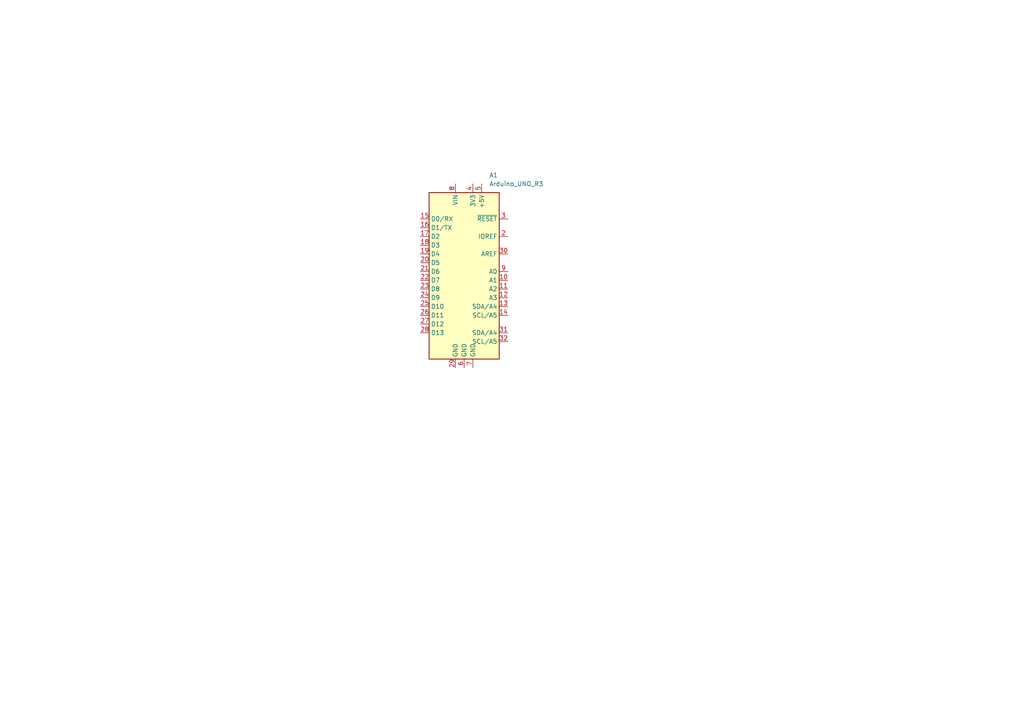
<source format=kicad_sch>
(kicad_sch (version 20230121) (generator eeschema)
  (paper "A4")
  (lib_symbols
    (symbol "MCU_Module:Arduino_UNO_R3"
      (property "Reference" "A" (at -10.16 23.495 0))
      (property "Value" "Arduino_UNO_R3" (at 5.08 -26.67 0))
      (symbol "Arduino_UNO_R3_0_1"
        (rectangle (start -10.16 22.86) (end 10.16 -25.4) (stroke (width 0.254)) (fill (type background)))
      )
      (symbol "Arduino_UNO_R3_1_1"
        (pin no_connect line (at -10.16 -20.32 0) (length 2.54) hide (name "NC") (number "1"))
        (pin bidirectional line (at 12.7 -2.54 180) (length 2.54) (name "A1") (number "10"))
        (pin bidirectional line (at 12.7 -5.08 180) (length 2.54) (name "A2") (number "11"))
        (pin bidirectional line (at 12.7 -7.62 180) (length 2.54) (name "A3") (number "12"))
        (pin bidirectional line (at 12.7 -10.16 180) (length 2.54) (name "SDA/A4") (number "13"))
        (pin bidirectional line (at 12.7 -12.7 180) (length 2.54) (name "SCL/A5") (number "14"))
        (pin bidirectional line (at -12.7 15.24 0) (length 2.54) (name "D0/RX") (number "15"))
        (pin bidirectional line (at -12.7 12.7 0) (length 2.54) (name "D1/TX") (number "16"))
        (pin bidirectional line (at -12.7 10.16 0) (length 2.54) (name "D2") (number "17"))
        (pin bidirectional line (at -12.7 7.62 0) (length 2.54) (name "D3") (number "18"))
        (pin bidirectional line (at -12.7 5.08 0) (length 2.54) (name "D4") (number "19"))
        (pin output line (at 12.7 10.16 180) (length 2.54) (name "IOREF") (number "2"))
        (pin bidirectional line (at -12.7 2.54 0) (length 2.54) (name "D5") (number "20"))
        (pin bidirectional line (at -12.7 0 0) (length 2.54) (name "D6") (number "21"))
        (pin bidirectional line (at -12.7 -2.54 0) (length 2.54) (name "D7") (number "22"))
        (pin bidirectional line (at -12.7 -5.08 0) (length 2.54) (name "D8") (number "23"))
        (pin bidirectional line (at -12.7 -7.62 0) (length 2.54) (name "D9") (number "24"))
        (pin bidirectional line (at -12.7 -10.16 0) (length 2.54) (name "D10") (number "25"))
        (pin bidirectional line (at -12.7 -12.7 0) (length 2.54) (name "D11") (number "26"))
        (pin bidirectional line (at -12.7 -15.24 0) (length 2.54) (name "D12") (number "27"))
        (pin bidirectional line (at -12.7 -17.78 0) (length 2.54) (name "D13") (number "28"))
        (pin power_in line (at -2.54 -27.94 90) (length 2.54) (name "GND") (number "29"))
        (pin input line (at 12.7 15.24 180) (length 2.54) (name "~{RESET}") (number "3"))
        (pin input line (at 12.7 5.08 180) (length 2.54) (name "AREF") (number "30"))
        (pin bidirectional line (at 12.7 -17.78 180) (length 2.54) (name "SDA/A4") (number "31"))
        (pin bidirectional line (at 12.7 -20.32 180) (length 2.54) (name "SCL/A5") (number "32"))
        (pin power_out line (at 2.54 25.4 270) (length 2.54) (name "3V3") (number "4"))
        (pin power_out line (at 5.08 25.4 270) (length 2.54) (name "+5V") (number "5"))
        (pin power_in line (at 0 -27.94 90) (length 2.54) (name "GND") (number "6"))
        (pin power_in line (at 2.54 -27.94 90) (length 2.54) (name "GND") (number "7"))
        (pin power_in line (at -2.54 25.4 270) (length 2.54) (name "VIN") (number "8"))
        (pin bidirectional line (at 12.7 0 180) (length 2.54) (name "A0") (number "9"))
      )
    )
  )
  (symbol (lib_id "MCU_Module:Arduino_UNO_R3") (at 134.62 78.74 0) (unit 1)
    (property "Reference" "A1" (at 141.8941 50.8 0) (effects (justify left)))
    (property "Value" "Arduino_UNO_R3" (at 141.8941 53.34 0) (effects (justify left)))
    (property "Footprint" "Module:Arduino_UNO_R3" (effects hide))
    (property "Datasheet" "https://www.arduino.cc/en/Main/arduinoBoardUno" (effects hide))
  )
)
</source>
